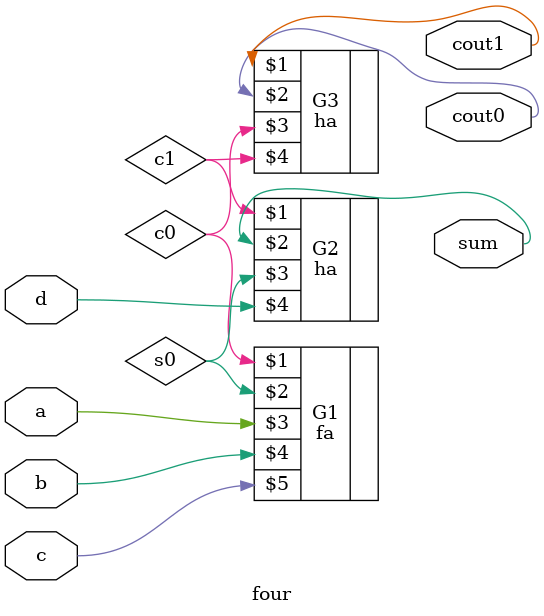
<source format=sv>
module four (cout1, cout0,sum,a,b,c,d);
input logic a,b,c,d;
output logic cout1,cout0,sum;

fa G1 (c0,s0,a,b,c);
ha G2 (c1,sum,s0,d);
ha G3 (cout1,cout0,c0,c1);

endmodule
</source>
